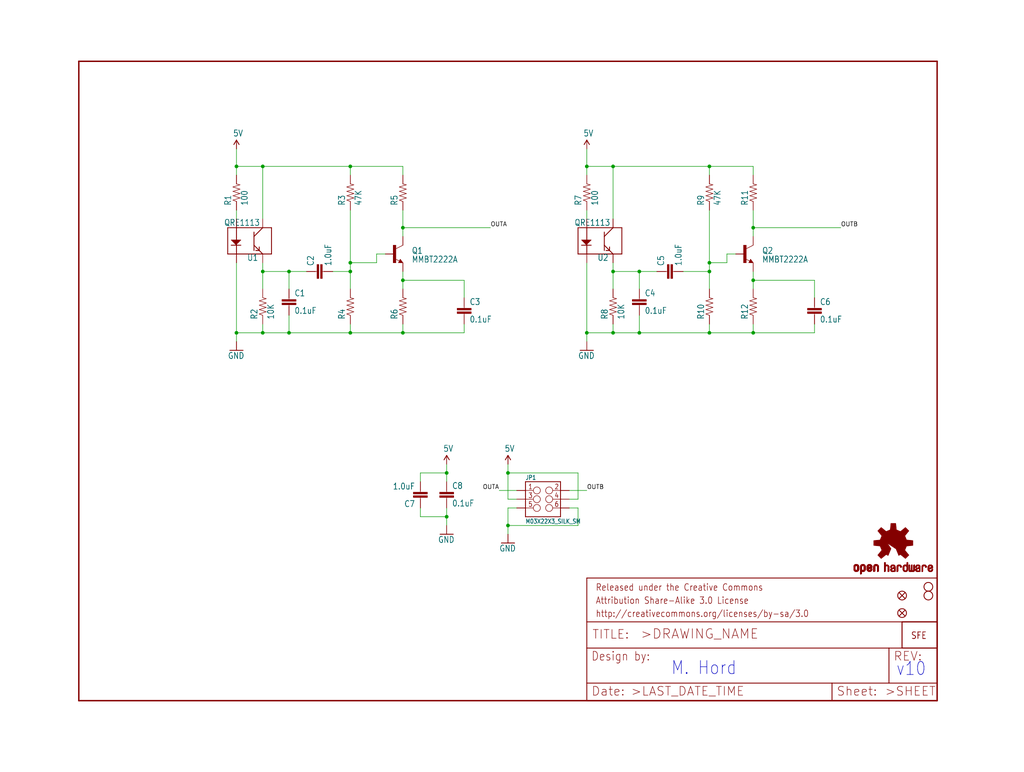
<source format=kicad_sch>
(kicad_sch (version 20211123) (generator eeschema)
  (paper "User" 297.002 223.926)
  (lib_symbols
    (symbol "schematicEagle-eagle-import:0.1UF-25V(+80{slash}-20%)(0603)"
      (property "Reference" "C" (at 1.524 2.921 0))
      (property "Value" "0.1UF-25V(+80{slash}-20%)(0603)" (at 1.524 -2.159 0))
      (symbol "0.1UF-25V(+80{slash}-20%)(0603)_1_0"
        (pin passive line (at 0 5.08 270) (length 2.54) (name "1") (number "1"))
        (pin passive line (at 0 -2.54 90) (length 2.54) (name "2") (number "2"))
      )
    )
    (symbol "schematicEagle-eagle-import:1.0UF-16V-10%(0603)"
      (property "Reference" "C" (at 1.524 2.921 0))
      (property "Value" "1.0UF-16V-10%(0603)" (at 1.524 -2.159 0))
      (symbol "1.0UF-16V-10%(0603)_1_0"
        (pin passive line (at 0 5.08 270) (length 2.54) (name "1") (number "1"))
        (pin passive line (at 0 -2.54 90) (length 2.54) (name "2") (number "2"))
      )
    )
    (symbol "schematicEagle-eagle-import:100OHM1{slash}10W1%(0603)"
      (property "Reference" "R" (at -3.81 1.4986 0))
      (property "Value" "100OHM1{slash}10W1%(0603)" (at -3.81 -3.302 0))
      (symbol "100OHM1{slash}10W1%(0603)_1_0"
        (pin passive line (at -5.08 0 0) (length 2.54) (name "1") (number "1"))
        (pin passive line (at 5.08 0 180) (length 2.54) (name "2") (number "2"))
      )
    )
    (symbol "schematicEagle-eagle-import:10KOHM1{slash}10W1%(0603)0603"
      (property "Reference" "R" (at -3.81 1.4986 0))
      (property "Value" "10KOHM1{slash}10W1%(0603)0603" (at -3.81 -3.302 0))
      (symbol "10KOHM1{slash}10W1%(0603)0603_1_0"
        (pin passive line (at -5.08 0 0) (length 2.54) (name "1") (number "1"))
        (pin passive line (at 5.08 0 180) (length 2.54) (name "2") (number "2"))
      )
    )
    (symbol "schematicEagle-eagle-import:1KOHM1{slash}10W1%(0603)"
      (property "Reference" "R" (at -3.81 1.4986 0))
      (property "Value" "1KOHM1{slash}10W1%(0603)" (at -3.81 -3.302 0))
      (symbol "1KOHM1{slash}10W1%(0603)_1_0"
        (pin passive line (at -5.08 0 0) (length 2.54) (name "1") (number "1"))
        (pin passive line (at 5.08 0 180) (length 2.54) (name "2") (number "2"))
      )
    )
    (symbol "schematicEagle-eagle-import:47KOHM1{slash}10W1%(0603)"
      (property "Reference" "R" (at -3.81 1.4986 0))
      (property "Value" "47KOHM1{slash}10W1%(0603)" (at -3.81 -3.302 0))
      (symbol "47KOHM1{slash}10W1%(0603)_1_0"
        (pin passive line (at -5.08 0 0) (length 2.54) (name "1") (number "1"))
        (pin passive line (at 5.08 0 180) (length 2.54) (name "2") (number "2"))
      )
    )
    (symbol "schematicEagle-eagle-import:5V" (power)
      (property "Value" "5V" (at -1.016 3.556 0))
      (symbol "5V_1_0"
        (pin power_in line (at 0 0 90) (length 2.54) (name "5V") (number "1"))
      )
    )
    (symbol "schematicEagle-eagle-import:FIDUCIALUFIDUCIAL")
    (symbol "schematicEagle-eagle-import:FRAME-LETTER"
      (symbol "FRAME-LETTER_2_0"
        (text ">DRAWING_NAME" (at 15.494 17.78 0) (effects (font (size 2.7432 2.7432)) (justify left bottom)))
        (text ">LAST_DATE_TIME" (at 12.7 1.27 0) (effects (font (size 2.54 2.54)) (justify left bottom)))
        (text ">SHEET" (at 86.36 1.27 0) (effects (font (size 2.54 2.54)) (justify left bottom)))
        (text "Attribution Share-Alike 3.0 License" (at 2.54 27.94 0) (effects (font (size 1.9304 1.6408)) (justify left bottom)))
        (text "Date:" (at 1.27 1.27 0) (effects (font (size 2.54 2.54)) (justify left bottom)))
        (text "Design by:" (at 1.27 11.43 0) (effects (font (size 2.54 2.159)) (justify left bottom)))
        (text "http://creativecommons.org/licenses/by-sa/3.0" (at 2.54 24.13 0) (effects (font (size 1.9304 1.6408)) (justify left bottom)))
        (text "Released under the Creative Commons" (at 2.54 31.75 0) (effects (font (size 1.9304 1.6408)) (justify left bottom)))
        (text "REV:" (at 88.9 11.43 0) (effects (font (size 2.54 2.54)) (justify left bottom)))
        (text "Sheet:" (at 72.39 1.27 0) (effects (font (size 2.54 2.54)) (justify left bottom)))
        (text "TITLE:" (at 1.524 17.78 0) (effects (font (size 2.54 2.54)) (justify left bottom)))
      )
    )
    (symbol "schematicEagle-eagle-import:GND" (power)
      (property "Value" "GND" (at -2.54 -2.54 0))
      (symbol "GND_1_0"
        (pin power_in line (at 0 2.54 270) (length 2.54) (name "GND") (number "1"))
      )
    )
    (symbol "schematicEagle-eagle-import:LOGO-SFENEW"
      (symbol "LOGO-SFENEW_1_0"
        (text "SFE" (at 0 0 0) (effects (font (size 1.9304 1.6408)) (justify left bottom)))
      )
    )
    (symbol "schematicEagle-eagle-import:LOGO-SFESK"
      (symbol "LOGO-SFESK_1_0"
        (text "SFE" (at 0 0 0) (effects (font (size 1.9304 1.6408)) (justify left bottom)))
      )
    )
    (symbol "schematicEagle-eagle-import:M03X22X3_SILK_SM"
      (property "Reference" "JP" (at -5.08 5.588 0))
      (property "Value" "M03X22X3_SILK_SM" (at -5.08 -7.112 0))
      (symbol "M03X22X3_SILK_SM_1_0"
        (text "1" (at -4.318 2.794 0) (effects (font (size 1.4224 1.209)) (justify left bottom)))
        (text "2" (at 3.302 2.794 0) (effects (font (size 1.4224 1.209)) (justify left bottom)))
        (text "3" (at -4.318 0.254 0) (effects (font (size 1.4224 1.209)) (justify left bottom)))
        (text "4" (at 3.302 0.254 0) (effects (font (size 1.4224 1.209)) (justify left bottom)))
        (text "5" (at -4.318 -2.286 0) (effects (font (size 1.4224 1.209)) (justify left bottom)))
        (text "6" (at 3.302 -2.286 0) (effects (font (size 1.4224 1.209)) (justify left bottom)))
        (pin bidirectional line (at -7.62 2.54 0) (length 2.54) (name "1") (number "1"))
        (pin bidirectional line (at 7.62 2.54 180) (length 2.54) (name "2") (number "2"))
        (pin bidirectional line (at -7.62 0 0) (length 2.54) (name "3") (number "3"))
        (pin bidirectional line (at 7.62 0 180) (length 2.54) (name "4") (number "4"))
        (pin bidirectional line (at -7.62 -2.54 0) (length 2.54) (name "5") (number "5"))
        (pin bidirectional line (at 7.62 -2.54 180) (length 2.54) (name "6") (number "6"))
      )
    )
    (symbol "schematicEagle-eagle-import:OSHW-LOGOS")
    (symbol "schematicEagle-eagle-import:QRE1113"
      (property "Reference" "U" (at -1.27 -7.112 0))
      (property "Value" "QRE1113" (at -1.778 3.048 0))
      (symbol "QRE1113_1_0"
        (pin bidirectional line (at 5.08 5.08 270) (length 2.54) (name "A") (number "1"))
        (pin bidirectional line (at 5.08 -7.62 90) (length 2.54) (name "K") (number "2"))
        (pin bidirectional line (at -2.54 5.08 270) (length 2.54) (name "C") (number "3"))
        (pin bidirectional line (at -2.54 -7.62 90) (length 2.54) (name "E") (number "4"))
      )
    )
    (symbol "schematicEagle-eagle-import:STAND-OFF")
    (symbol "schematicEagle-eagle-import:TRANSISTOR_NPNMMBT2222A"
      (property "Reference" "Q" (at 5.08 0 0))
      (property "Value" "TRANSISTOR_NPNMMBT2222A" (at 5.08 -2.54 0))
      (symbol "TRANSISTOR_NPNMMBT2222A_1_0"
        (pin passive line (at -2.54 0 0) (length 2.54) (name "B") (number "1"))
        (pin passive line (at 2.54 -5.08 90) (length 2.54) (name "E") (number "2"))
        (pin passive line (at 2.54 5.08 270) (length 2.54) (name "C") (number "3"))
      )
    )
  )
  (junction (at 101.6 78.74))
  (junction (at 147.32 137.16))
  (junction (at 101.6 96.52))
  (junction (at 76.2 48.26))
  (junction (at 147.32 152.4))
  (junction (at 177.8 78.74))
  (junction (at 76.2 96.52))
  (junction (at 101.6 76.2))
  (junction (at 68.58 48.26))
  (junction (at 218.44 96.52))
  (junction (at 170.18 48.26))
  (junction (at 205.74 76.2))
  (junction (at 116.84 96.52))
  (junction (at 177.8 48.26))
  (junction (at 83.82 78.74))
  (junction (at 83.82 96.52))
  (junction (at 218.44 81.28))
  (junction (at 116.84 81.28))
  (junction (at 76.2 78.74))
  (junction (at 218.44 66.04))
  (junction (at 185.42 78.74))
  (junction (at 170.18 96.52))
  (junction (at 129.54 137.16))
  (junction (at 116.84 66.04))
  (junction (at 205.74 78.74))
  (junction (at 205.74 96.52))
  (junction (at 205.74 48.26))
  (junction (at 185.42 96.52))
  (junction (at 101.6 48.26))
  (junction (at 177.8 96.52))
  (junction (at 68.58 96.52))
  (junction (at 129.54 149.86))
  (wire (pts (xy 167.64 137.16) (xy 167.64 144.78)))
  (wire (pts (xy 218.44 78.74) (xy 218.44 81.28)))
  (wire (pts (xy 218.44 66.04) (xy 218.44 60.96)))
  (wire (pts (xy 170.18 76.2) (xy 170.18 96.52)))
  (wire (pts (xy 116.84 66.04) (xy 116.84 68.58)))
  (wire (pts (xy 121.92 149.86) (xy 129.54 149.86)))
  (wire (pts (xy 177.8 48.26) (xy 205.74 48.26)))
  (wire (pts (xy 236.22 86.36) (xy 236.22 81.28)))
  (wire (pts (xy 218.44 68.58) (xy 218.44 66.04)))
  (wire (pts (xy 134.62 81.28) (xy 116.84 81.28)))
  (wire (pts (xy 213.36 73.66) (xy 210.82 73.66)))
  (wire (pts (xy 101.6 96.52) (xy 101.6 93.98)))
  (wire (pts (xy 167.64 144.78) (xy 165.1 144.78)))
  (wire (pts (xy 147.32 137.16) (xy 147.32 144.78)))
  (wire (pts (xy 236.22 96.52) (xy 236.22 93.98)))
  (wire (pts (xy 170.18 96.52) (xy 177.8 96.52)))
  (wire (pts (xy 116.84 93.98) (xy 116.84 96.52)))
  (wire (pts (xy 177.8 76.2) (xy 177.8 78.74)))
  (wire (pts (xy 116.84 66.04) (xy 142.24 66.04)))
  (wire (pts (xy 101.6 48.26) (xy 116.84 48.26)))
  (wire (pts (xy 218.44 96.52) (xy 236.22 96.52)))
  (wire (pts (xy 83.82 78.74) (xy 76.2 78.74)))
  (wire (pts (xy 149.86 144.78) (xy 147.32 144.78)))
  (wire (pts (xy 116.84 60.96) (xy 116.84 66.04)))
  (wire (pts (xy 134.62 93.98) (xy 134.62 96.52)))
  (wire (pts (xy 218.44 81.28) (xy 218.44 83.82)))
  (wire (pts (xy 129.54 147.32) (xy 129.54 149.86)))
  (wire (pts (xy 170.18 48.26) (xy 170.18 50.8)))
  (wire (pts (xy 205.74 96.52) (xy 205.74 93.98)))
  (wire (pts (xy 121.92 147.32) (xy 121.92 149.86)))
  (wire (pts (xy 96.52 78.74) (xy 101.6 78.74)))
  (wire (pts (xy 116.84 48.26) (xy 116.84 50.8)))
  (wire (pts (xy 177.8 83.82) (xy 177.8 78.74)))
  (wire (pts (xy 101.6 78.74) (xy 101.6 83.82)))
  (wire (pts (xy 147.32 134.62) (xy 147.32 137.16)))
  (wire (pts (xy 109.22 76.2) (xy 109.22 73.66)))
  (wire (pts (xy 83.82 78.74) (xy 83.82 83.82)))
  (wire (pts (xy 76.2 78.74) (xy 76.2 76.2)))
  (wire (pts (xy 83.82 91.44) (xy 83.82 96.52)))
  (wire (pts (xy 68.58 96.52) (xy 76.2 96.52)))
  (wire (pts (xy 170.18 63.5) (xy 170.18 60.96)))
  (wire (pts (xy 167.64 152.4) (xy 147.32 152.4)))
  (wire (pts (xy 76.2 83.82) (xy 76.2 78.74)))
  (wire (pts (xy 218.44 48.26) (xy 218.44 50.8)))
  (wire (pts (xy 68.58 76.2) (xy 68.58 96.52)))
  (wire (pts (xy 147.32 152.4) (xy 147.32 147.32)))
  (wire (pts (xy 165.1 147.32) (xy 167.64 147.32)))
  (wire (pts (xy 129.54 137.16) (xy 129.54 139.7)))
  (wire (pts (xy 68.58 96.52) (xy 68.58 99.06)))
  (wire (pts (xy 185.42 96.52) (xy 205.74 96.52)))
  (wire (pts (xy 101.6 78.74) (xy 101.6 76.2)))
  (wire (pts (xy 205.74 76.2) (xy 205.74 60.96)))
  (wire (pts (xy 76.2 48.26) (xy 101.6 48.26)))
  (wire (pts (xy 76.2 96.52) (xy 76.2 93.98)))
  (wire (pts (xy 101.6 76.2) (xy 109.22 76.2)))
  (wire (pts (xy 177.8 96.52) (xy 185.42 96.52)))
  (wire (pts (xy 198.12 78.74) (xy 205.74 78.74)))
  (wire (pts (xy 177.8 78.74) (xy 185.42 78.74)))
  (wire (pts (xy 167.64 147.32) (xy 167.64 152.4)))
  (wire (pts (xy 210.82 76.2) (xy 205.74 76.2)))
  (wire (pts (xy 76.2 96.52) (xy 83.82 96.52)))
  (wire (pts (xy 109.22 73.66) (xy 111.76 73.66)))
  (wire (pts (xy 210.82 73.66) (xy 210.82 76.2)))
  (wire (pts (xy 185.42 91.44) (xy 185.42 96.52)))
  (wire (pts (xy 165.1 142.24) (xy 170.18 142.24)))
  (wire (pts (xy 170.18 43.18) (xy 170.18 48.26)))
  (wire (pts (xy 170.18 48.26) (xy 177.8 48.26)))
  (wire (pts (xy 205.74 48.26) (xy 218.44 48.26)))
  (wire (pts (xy 147.32 137.16) (xy 167.64 137.16)))
  (wire (pts (xy 134.62 86.36) (xy 134.62 81.28)))
  (wire (pts (xy 149.86 142.24) (xy 144.78 142.24)))
  (wire (pts (xy 205.74 48.26) (xy 205.74 50.8)))
  (wire (pts (xy 134.62 96.52) (xy 116.84 96.52)))
  (wire (pts (xy 185.42 78.74) (xy 190.5 78.74)))
  (wire (pts (xy 83.82 96.52) (xy 101.6 96.52)))
  (wire (pts (xy 129.54 134.62) (xy 129.54 137.16)))
  (wire (pts (xy 121.92 139.7) (xy 121.92 137.16)))
  (wire (pts (xy 68.58 43.18) (xy 68.58 48.26)))
  (wire (pts (xy 116.84 96.52) (xy 101.6 96.52)))
  (wire (pts (xy 177.8 93.98) (xy 177.8 96.52)))
  (wire (pts (xy 76.2 63.5) (xy 76.2 48.26)))
  (wire (pts (xy 88.9 78.74) (xy 83.82 78.74)))
  (wire (pts (xy 170.18 96.52) (xy 170.18 99.06)))
  (wire (pts (xy 101.6 48.26) (xy 101.6 50.8)))
  (wire (pts (xy 129.54 149.86) (xy 129.54 152.4)))
  (wire (pts (xy 68.58 63.5) (xy 68.58 60.96)))
  (wire (pts (xy 68.58 48.26) (xy 76.2 48.26)))
  (wire (pts (xy 177.8 63.5) (xy 177.8 48.26)))
  (wire (pts (xy 205.74 96.52) (xy 218.44 96.52)))
  (wire (pts (xy 101.6 76.2) (xy 101.6 60.96)))
  (wire (pts (xy 218.44 96.52) (xy 218.44 93.98)))
  (wire (pts (xy 116.84 81.28) (xy 116.84 83.82)))
  (wire (pts (xy 147.32 147.32) (xy 149.86 147.32)))
  (wire (pts (xy 205.74 78.74) (xy 205.74 83.82)))
  (wire (pts (xy 121.92 137.16) (xy 129.54 137.16)))
  (wire (pts (xy 185.42 83.82) (xy 185.42 78.74)))
  (wire (pts (xy 243.84 66.04) (xy 218.44 66.04)))
  (wire (pts (xy 116.84 78.74) (xy 116.84 81.28)))
  (wire (pts (xy 147.32 152.4) (xy 147.32 154.94)))
  (wire (pts (xy 205.74 76.2) (xy 205.74 78.74)))
  (wire (pts (xy 236.22 81.28) (xy 218.44 81.28)))
  (wire (pts (xy 68.58 48.26) (xy 68.58 50.8)))
  (text "M. Hord" (at 194.564 196.088 180) (effects (font (size 3.81 3.2385)) (justify left bottom)))
  (text "v10" (at 259.842 196.342 180) (effects (font (size 3.81 3.2385)) (justify left bottom)))
  (label "OUTB" (at 243.84 66.04 0) (effects (font (size 1.2446 1.2446))))
  (label "OUTA" (at 144.78 142.24 180) (effects (font (size 1.2446 1.2446))))
  (label "OUTB" (at 170.18 142.24 0) (effects (font (size 1.2446 1.2446))))
  (label "OUTA" (at 142.24 66.04 0) (effects (font (size 1.2446 1.2446))))
  (symbol (lib_id "schematicEagle-eagle-import:GND") (at 68.58 101.6 0) (unit 1)
    (property "Reference" "#GND4" (effects hide))
    (property "Value" "GND" (at 66.04 104.14 0) (effects (font (size 1.778 1.5113)) (justify left bottom)))
    (property "Footprint" "schematicEagle:" (effects hide))
  )
  (symbol (lib_id "schematicEagle-eagle-import:100OHM1{slash}10W1%(0603)") (at 170.18 55.88 90) (unit 1)
    (property "Reference" "R7" (at 168.6814 59.69 0) (effects (font (size 1.778 1.5113)) (justify left bottom)))
    (property "Value" "100" (at 173.482 59.69 0) (effects (font (size 1.778 1.5113)) (justify left bottom)))
    (property "Footprint" "schematicEagle:0603-RES" (effects hide))
  )
  (symbol (lib_id "schematicEagle-eagle-import:10KOHM1{slash}10W1%(0603)0603") (at 116.84 55.88 90) (unit 1)
    (property "Reference" "R5" (at 115.3414 59.69 0) (effects (font (size 1.778 1.5113)) (justify left bottom)))
    (property "Value" "4.7K" (at 120.142 59.69 0) (effects (font (size 1.778 1.5113)) (justify left bottom)))
    (property "Footprint" "schematicEagle:0603-RES" (effects hide))
    (property "Value" "4.7K" (effects hide))
  )
  (symbol (lib_id "schematicEagle-eagle-import:GND") (at 129.54 154.94 0) (unit 1)
    (property "Reference" "#GND1" (effects hide))
    (property "Value" "GND" (at 127 157.48 0) (effects (font (size 1.778 1.5113)) (justify left bottom)))
    (property "Footprint" "schematicEagle:" (effects hide))
  )
  (symbol (lib_id "schematicEagle-eagle-import:QRE1113") (at 73.66 68.58 0) (mirror y) (unit 1)
    (property "Reference" "U1" (at 74.93 75.692 0) (effects (font (size 1.778 1.5113)) (justify left bottom)))
    (property "Value" "QRE1113" (at 75.438 65.532 0) (effects (font (size 1.778 1.5113)) (justify left bottom)))
    (property "Footprint" "schematicEagle:QRE1113" (effects hide))
  )
  (symbol (lib_id "schematicEagle-eagle-import:5V") (at 170.18 43.18 0) (unit 1)
    (property "Reference" "#SUPPLY4" (effects hide))
    (property "Value" "5V" (at 169.164 39.624 0) (effects (font (size 1.778 1.5113)) (justify left bottom)))
    (property "Footprint" "schematicEagle:" (effects hide))
  )
  (symbol (lib_id "schematicEagle-eagle-import:FIDUCIALUFIDUCIAL") (at 261.62 172.72 0) (unit 1)
    (property "Reference" "FID1" (effects hide))
    (property "Value" "FIDUCIALUFIDUCIAL" (effects hide))
    (property "Footprint" "schematicEagle:MICRO-FIDUCIAL" (effects hide))
  )
  (symbol (lib_id "schematicEagle-eagle-import:1.0UF-16V-10%(0603)") (at 93.98 78.74 90) (unit 1)
    (property "Reference" "C2" (at 91.059 77.216 0) (effects (font (size 1.778 1.5113)) (justify left bottom)))
    (property "Value" "1.0uF" (at 96.139 77.216 0) (effects (font (size 1.778 1.5113)) (justify left bottom)))
    (property "Footprint" "schematicEagle:0603-CAP" (effects hide))
  )
  (symbol (lib_id "schematicEagle-eagle-import:1.0UF-16V-10%(0603)") (at 121.92 142.24 180) (unit 1)
    (property "Reference" "C7" (at 120.396 145.161 0) (effects (font (size 1.778 1.5113)) (justify left bottom)))
    (property "Value" "1.0uF" (at 120.396 140.081 0) (effects (font (size 1.778 1.5113)) (justify left bottom)))
    (property "Footprint" "schematicEagle:0603-CAP" (effects hide))
  )
  (symbol (lib_id "schematicEagle-eagle-import:GND") (at 170.18 101.6 0) (unit 1)
    (property "Reference" "#GND8" (effects hide))
    (property "Value" "GND" (at 167.64 104.14 0) (effects (font (size 1.778 1.5113)) (justify left bottom)))
    (property "Footprint" "schematicEagle:" (effects hide))
  )
  (symbol (lib_id "schematicEagle-eagle-import:5V") (at 129.54 134.62 0) (unit 1)
    (property "Reference" "#SUPPLY1" (effects hide))
    (property "Value" "5V" (at 128.524 131.064 0) (effects (font (size 1.778 1.5113)) (justify left bottom)))
    (property "Footprint" "schematicEagle:" (effects hide))
  )
  (symbol (lib_id "schematicEagle-eagle-import:10KOHM1{slash}10W1%(0603)0603") (at 76.2 88.9 90) (unit 1)
    (property "Reference" "R2" (at 74.7014 92.71 0) (effects (font (size 1.778 1.5113)) (justify left bottom)))
    (property "Value" "10K" (at 79.502 92.71 0) (effects (font (size 1.778 1.5113)) (justify left bottom)))
    (property "Footprint" "schematicEagle:0603-RES" (effects hide))
  )
  (symbol (lib_id "schematicEagle-eagle-import:STAND-OFF") (at 269.24 170.18 0) (unit 1)
    (property "Reference" "STANDOFF1" (effects hide))
    (property "Value" "STAND-OFF" (effects hide))
    (property "Footprint" "schematicEagle:STAND-OFF" (effects hide))
  )
  (symbol (lib_id "schematicEagle-eagle-import:FRAME-LETTER") (at 170.18 203.2 0) (unit 2)
    (property "Reference" "FRAME1" (effects hide))
    (property "Value" "FRAME-LETTER" (effects hide))
    (property "Footprint" "schematicEagle:CREATIVE_COMMONS" (effects hide))
  )
  (symbol (lib_id "schematicEagle-eagle-import:FRAME-LETTER") (at 22.86 203.2 0) (unit 1)
    (property "Reference" "FRAME1" (effects hide))
    (property "Value" "FRAME-LETTER" (effects hide))
    (property "Footprint" "schematicEagle:CREATIVE_COMMONS" (effects hide))
  )
  (symbol (lib_id "schematicEagle-eagle-import:10KOHM1{slash}10W1%(0603)0603") (at 177.8 88.9 90) (unit 1)
    (property "Reference" "R8" (at 176.3014 92.71 0) (effects (font (size 1.778 1.5113)) (justify left bottom)))
    (property "Value" "10K" (at 181.102 92.71 0) (effects (font (size 1.778 1.5113)) (justify left bottom)))
    (property "Footprint" "schematicEagle:0603-RES" (effects hide))
  )
  (symbol (lib_id "schematicEagle-eagle-import:TRANSISTOR_NPNMMBT2222A") (at 114.3 73.66 0) (unit 1)
    (property "Reference" "Q1" (at 119.38 73.66 0) (effects (font (size 1.778 1.5113)) (justify left bottom)))
    (property "Value" "MMBT2222A" (at 119.38 76.2 0) (effects (font (size 1.778 1.5113)) (justify left bottom)))
    (property "Footprint" "schematicEagle:SOT23" (effects hide))
  )
  (symbol (lib_id "schematicEagle-eagle-import:0.1UF-25V(+80{slash}-20%)(0603)") (at 134.62 91.44 0) (unit 1)
    (property "Reference" "C3" (at 136.144 88.519 0) (effects (font (size 1.778 1.5113)) (justify left bottom)))
    (property "Value" "0.1uF" (at 136.144 93.599 0) (effects (font (size 1.778 1.5113)) (justify left bottom)))
    (property "Footprint" "schematicEagle:0603-CAP" (effects hide))
  )
  (symbol (lib_id "schematicEagle-eagle-import:LOGO-SFESK") (at 264.16 185.42 0) (unit 1)
    (property "Reference" "LOGO1" (effects hide))
    (property "Value" "LOGO-SFESK" (effects hide))
    (property "Footprint" "schematicEagle:SFE-LOGO-FLAME" (effects hide))
  )
  (symbol (lib_id "schematicEagle-eagle-import:10KOHM1{slash}10W1%(0603)0603") (at 218.44 55.88 90) (unit 1)
    (property "Reference" "R11" (at 216.9414 59.69 0) (effects (font (size 1.778 1.5113)) (justify left bottom)))
    (property "Value" "4.7K" (at 221.742 59.69 0) (effects (font (size 1.778 1.5113)) (justify left bottom)))
    (property "Footprint" "schematicEagle:0603-RES" (effects hide))
    (property "Value" "4.7K" (effects hide))
  )
  (symbol (lib_id "schematicEagle-eagle-import:STAND-OFF") (at 269.24 172.72 0) (unit 1)
    (property "Reference" "STANDOFF2" (effects hide))
    (property "Value" "STAND-OFF" (effects hide))
    (property "Footprint" "schematicEagle:STAND-OFF" (effects hide))
  )
  (symbol (lib_id "schematicEagle-eagle-import:0.1UF-25V(+80{slash}-20%)(0603)") (at 236.22 91.44 0) (unit 1)
    (property "Reference" "C6" (at 237.744 88.519 0) (effects (font (size 1.778 1.5113)) (justify left bottom)))
    (property "Value" "0.1uF" (at 237.744 93.599 0) (effects (font (size 1.778 1.5113)) (justify left bottom)))
    (property "Footprint" "schematicEagle:0603-CAP" (effects hide))
  )
  (symbol (lib_id "schematicEagle-eagle-import:47KOHM1{slash}10W1%(0603)") (at 101.6 55.88 90) (unit 1)
    (property "Reference" "R3" (at 100.1014 59.69 0) (effects (font (size 1.778 1.5113)) (justify left bottom)))
    (property "Value" "47K" (at 104.902 59.69 0) (effects (font (size 1.778 1.5113)) (justify left bottom)))
    (property "Footprint" "schematicEagle:0603-RES" (effects hide))
  )
  (symbol (lib_id "schematicEagle-eagle-import:1KOHM1{slash}10W1%(0603)") (at 218.44 88.9 90) (unit 1)
    (property "Reference" "R12" (at 216.9414 92.71 0) (effects (font (size 1.778 1.5113)) (justify left bottom)))
    (property "Value" "100" (at 221.742 92.71 0) (effects (font (size 1.778 1.5113)) (justify left bottom)))
    (property "Footprint" "schematicEagle:0603-RES" (effects hide))
    (property "Value" "100" (effects hide))
  )
  (symbol (lib_id "schematicEagle-eagle-import:0.1UF-25V(+80{slash}-20%)(0603)") (at 129.54 144.78 0) (unit 1)
    (property "Reference" "C8" (at 131.064 141.859 0) (effects (font (size 1.778 1.5113)) (justify left bottom)))
    (property "Value" "0.1uF" (at 131.064 146.939 0) (effects (font (size 1.778 1.5113)) (justify left bottom)))
    (property "Footprint" "schematicEagle:0603-CAP" (effects hide))
  )
  (symbol (lib_id "schematicEagle-eagle-import:0.1UF-25V(+80{slash}-20%)(0603)") (at 185.42 88.9 0) (unit 1)
    (property "Reference" "C4" (at 186.944 85.979 0) (effects (font (size 1.778 1.5113)) (justify left bottom)))
    (property "Value" "0.1uF" (at 186.944 91.059 0) (effects (font (size 1.778 1.5113)) (justify left bottom)))
    (property "Footprint" "schematicEagle:0603-CAP" (effects hide))
  )
  (symbol (lib_id "schematicEagle-eagle-import:FIDUCIALUFIDUCIAL") (at 261.62 177.8 0) (unit 1)
    (property "Reference" "FID2" (effects hide))
    (property "Value" "FIDUCIALUFIDUCIAL" (effects hide))
    (property "Footprint" "schematicEagle:MICRO-FIDUCIAL" (effects hide))
  )
  (symbol (lib_id "schematicEagle-eagle-import:100OHM1{slash}10W1%(0603)") (at 68.58 55.88 90) (unit 1)
    (property "Reference" "R1" (at 67.0814 59.69 0) (effects (font (size 1.778 1.5113)) (justify left bottom)))
    (property "Value" "100" (at 71.882 59.69 0) (effects (font (size 1.778 1.5113)) (justify left bottom)))
    (property "Footprint" "schematicEagle:0603-RES" (effects hide))
  )
  (symbol (lib_id "schematicEagle-eagle-import:10KOHM1{slash}10W1%(0603)0603") (at 101.6 88.9 90) (unit 1)
    (property "Reference" "R4" (at 100.1014 92.71 0) (effects (font (size 1.778 1.5113)) (justify left bottom)))
    (property "Value" "6.8K" (at 104.902 92.71 0) (effects (font (size 1.778 1.5113)) (justify left bottom)))
    (property "Footprint" "schematicEagle:0603-RES" (effects hide))
    (property "Value" "6.8K" (effects hide))
  )
  (symbol (lib_id "schematicEagle-eagle-import:5V") (at 68.58 43.18 0) (unit 1)
    (property "Reference" "#SUPPLY3" (effects hide))
    (property "Value" "5V" (at 67.564 39.624 0) (effects (font (size 1.778 1.5113)) (justify left bottom)))
    (property "Footprint" "schematicEagle:" (effects hide))
  )
  (symbol (lib_id "schematicEagle-eagle-import:1KOHM1{slash}10W1%(0603)") (at 116.84 88.9 90) (unit 1)
    (property "Reference" "R6" (at 115.3414 92.71 0) (effects (font (size 1.778 1.5113)) (justify left bottom)))
    (property "Value" "100" (at 120.142 92.71 0) (effects (font (size 1.778 1.5113)) (justify left bottom)))
    (property "Footprint" "schematicEagle:0603-RES" (effects hide))
    (property "Value" "100" (effects hide))
  )
  (symbol (lib_id "schematicEagle-eagle-import:LOGO-SFENEW") (at 264.16 185.42 0) (unit 1)
    (property "Reference" "LOGO4" (effects hide))
    (property "Value" "LOGO-SFENEW" (effects hide))
    (property "Footprint" "schematicEagle:SFE-NEW-WEBLOGO" (effects hide))
  )
  (symbol (lib_id "schematicEagle-eagle-import:GND") (at 147.32 157.48 0) (unit 1)
    (property "Reference" "#GND9" (effects hide))
    (property "Value" "GND" (at 144.78 160.02 0) (effects (font (size 1.778 1.5113)) (justify left bottom)))
    (property "Footprint" "schematicEagle:" (effects hide))
  )
  (symbol (lib_id "schematicEagle-eagle-import:10KOHM1{slash}10W1%(0603)0603") (at 205.74 88.9 90) (unit 1)
    (property "Reference" "R10" (at 204.2414 92.71 0) (effects (font (size 1.778 1.5113)) (justify left bottom)))
    (property "Value" "6.8K" (at 209.042 92.71 0) (effects (font (size 1.778 1.5113)) (justify left bottom)))
    (property "Footprint" "schematicEagle:0603-RES" (effects hide))
    (property "Value" "6.8K" (effects hide))
  )
  (symbol (lib_id "schematicEagle-eagle-import:0.1UF-25V(+80{slash}-20%)(0603)") (at 83.82 88.9 0) (unit 1)
    (property "Reference" "C1" (at 85.344 85.979 0) (effects (font (size 1.778 1.5113)) (justify left bottom)))
    (property "Value" "0.1uF" (at 85.344 91.059 0) (effects (font (size 1.778 1.5113)) (justify left bottom)))
    (property "Footprint" "schematicEagle:0603-CAP" (effects hide))
  )
  (symbol (lib_id "schematicEagle-eagle-import:5V") (at 147.32 134.62 0) (unit 1)
    (property "Reference" "#SUPPLY5" (effects hide))
    (property "Value" "5V" (at 146.304 131.064 0) (effects (font (size 1.778 1.5113)) (justify left bottom)))
    (property "Footprint" "schematicEagle:" (effects hide))
  )
  (symbol (lib_id "schematicEagle-eagle-import:47KOHM1{slash}10W1%(0603)") (at 205.74 55.88 90) (unit 1)
    (property "Reference" "R9" (at 204.2414 59.69 0) (effects (font (size 1.778 1.5113)) (justify left bottom)))
    (property "Value" "47K" (at 209.042 59.69 0) (effects (font (size 1.778 1.5113)) (justify left bottom)))
    (property "Footprint" "schematicEagle:0603-RES" (effects hide))
  )
  (symbol (lib_id "schematicEagle-eagle-import:M03X22X3_SILK_SM") (at 157.48 144.78 0) (unit 1)
    (property "Reference" "JP1" (at 152.4 139.192 0) (effects (font (size 1.27 1.0795)) (justify left bottom)))
    (property "Value" "M03X22X3_SILK_SM" (at 152.4 151.892 0) (effects (font (size 1.27 1.0795)) (justify left bottom)))
    (property "Footprint" "schematicEagle:2X3" (effects hide))
  )
  (symbol (lib_id "schematicEagle-eagle-import:OSHW-LOGOS") (at 259.08 157.48 0) (unit 1)
    (property "Reference" "LOGO3" (effects hide))
    (property "Value" "OSHW-LOGOS" (effects hide))
    (property "Footprint" "schematicEagle:OSHW-LOGO-S" (effects hide))
  )
  (symbol (lib_id "schematicEagle-eagle-import:1.0UF-16V-10%(0603)") (at 195.58 78.74 90) (unit 1)
    (property "Reference" "C5" (at 192.659 77.216 0) (effects (font (size 1.778 1.5113)) (justify left bottom)))
    (property "Value" "1.0uF" (at 197.739 77.216 0) (effects (font (size 1.778 1.5113)) (justify left bottom)))
    (property "Footprint" "schematicEagle:0603-CAP" (effects hide))
  )
  (symbol (lib_id "schematicEagle-eagle-import:QRE1113") (at 175.26 68.58 0) (mirror y) (unit 1)
    (property "Reference" "U2" (at 176.53 75.692 0) (effects (font (size 1.778 1.5113)) (justify left bottom)))
    (property "Value" "QRE1113" (at 177.038 65.532 0) (effects (font (size 1.778 1.5113)) (justify left bottom)))
    (property "Footprint" "schematicEagle:QRE1113" (effects hide))
  )
  (symbol (lib_id "schematicEagle-eagle-import:TRANSISTOR_NPNMMBT2222A") (at 215.9 73.66 0) (unit 1)
    (property "Reference" "Q2" (at 220.98 73.66 0) (effects (font (size 1.778 1.5113)) (justify left bottom)))
    (property "Value" "MMBT2222A" (at 220.98 76.2 0) (effects (font (size 1.778 1.5113)) (justify left bottom)))
    (property "Footprint" "schematicEagle:SOT23" (effects hide))
  )
)
</source>
